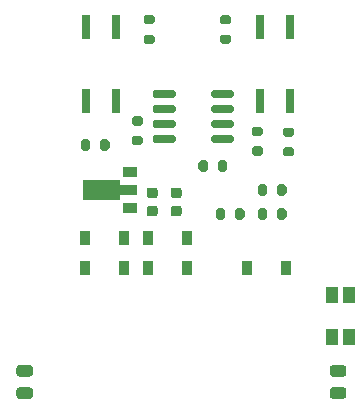
<source format=gbr>
%TF.GenerationSoftware,KiCad,Pcbnew,(5.1.9)-1*%
%TF.CreationDate,2021-04-28T15:15:37+02:00*%
%TF.ProjectId,OpenThermMonitorTwomes,4f70656e-5468-4657-926d-4d6f6e69746f,rev?*%
%TF.SameCoordinates,Original*%
%TF.FileFunction,Paste,Top*%
%TF.FilePolarity,Positive*%
%FSLAX46Y46*%
G04 Gerber Fmt 4.6, Leading zero omitted, Abs format (unit mm)*
G04 Created by KiCad (PCBNEW (5.1.9)-1) date 2021-04-28 15:15:37*
%MOMM*%
%LPD*%
G01*
G04 APERTURE LIST*
%ADD10R,1.050000X1.400000*%
%ADD11R,0.900000X1.200000*%
%ADD12R,0.640000X2.000000*%
%ADD13C,0.100000*%
%ADD14R,1.300000X0.900000*%
G04 APERTURE END LIST*
D10*
%TO.C,SW1*%
X152586600Y-111528000D03*
X152586600Y-107928000D03*
X151146600Y-111528000D03*
X151146600Y-107928000D03*
%TD*%
D11*
%TO.C,D5*%
X138810000Y-103124000D03*
X135510000Y-103124000D03*
%TD*%
%TO.C,D4*%
X133476000Y-103124000D03*
X130176000Y-103124000D03*
%TD*%
%TO.C,D3*%
X147192000Y-105664000D03*
X143892000Y-105664000D03*
%TD*%
%TO.C,D2*%
X138810000Y-105664000D03*
X135510000Y-105664000D03*
%TD*%
%TO.C,D1*%
X133476000Y-105664000D03*
X130176000Y-105664000D03*
%TD*%
D12*
%TO.C,U4*%
X147574000Y-85242000D03*
X145034000Y-85242000D03*
X145034000Y-91542000D03*
X147574000Y-91542000D03*
%TD*%
%TO.C,U3*%
X132842000Y-91542000D03*
X130302000Y-91542000D03*
X130302000Y-85242000D03*
X132842000Y-85242000D03*
%TD*%
%TO.C,U2*%
G36*
G01*
X140881000Y-91082000D02*
X140881000Y-90782000D01*
G75*
G02*
X141031000Y-90632000I150000J0D01*
G01*
X142681000Y-90632000D01*
G75*
G02*
X142831000Y-90782000I0J-150000D01*
G01*
X142831000Y-91082000D01*
G75*
G02*
X142681000Y-91232000I-150000J0D01*
G01*
X141031000Y-91232000D01*
G75*
G02*
X140881000Y-91082000I0J150000D01*
G01*
G37*
G36*
G01*
X140881000Y-92352000D02*
X140881000Y-92052000D01*
G75*
G02*
X141031000Y-91902000I150000J0D01*
G01*
X142681000Y-91902000D01*
G75*
G02*
X142831000Y-92052000I0J-150000D01*
G01*
X142831000Y-92352000D01*
G75*
G02*
X142681000Y-92502000I-150000J0D01*
G01*
X141031000Y-92502000D01*
G75*
G02*
X140881000Y-92352000I0J150000D01*
G01*
G37*
G36*
G01*
X140881000Y-93622000D02*
X140881000Y-93322000D01*
G75*
G02*
X141031000Y-93172000I150000J0D01*
G01*
X142681000Y-93172000D01*
G75*
G02*
X142831000Y-93322000I0J-150000D01*
G01*
X142831000Y-93622000D01*
G75*
G02*
X142681000Y-93772000I-150000J0D01*
G01*
X141031000Y-93772000D01*
G75*
G02*
X140881000Y-93622000I0J150000D01*
G01*
G37*
G36*
G01*
X140881000Y-94892000D02*
X140881000Y-94592000D01*
G75*
G02*
X141031000Y-94442000I150000J0D01*
G01*
X142681000Y-94442000D01*
G75*
G02*
X142831000Y-94592000I0J-150000D01*
G01*
X142831000Y-94892000D01*
G75*
G02*
X142681000Y-95042000I-150000J0D01*
G01*
X141031000Y-95042000D01*
G75*
G02*
X140881000Y-94892000I0J150000D01*
G01*
G37*
G36*
G01*
X135931000Y-94892000D02*
X135931000Y-94592000D01*
G75*
G02*
X136081000Y-94442000I150000J0D01*
G01*
X137731000Y-94442000D01*
G75*
G02*
X137881000Y-94592000I0J-150000D01*
G01*
X137881000Y-94892000D01*
G75*
G02*
X137731000Y-95042000I-150000J0D01*
G01*
X136081000Y-95042000D01*
G75*
G02*
X135931000Y-94892000I0J150000D01*
G01*
G37*
G36*
G01*
X135931000Y-93622000D02*
X135931000Y-93322000D01*
G75*
G02*
X136081000Y-93172000I150000J0D01*
G01*
X137731000Y-93172000D01*
G75*
G02*
X137881000Y-93322000I0J-150000D01*
G01*
X137881000Y-93622000D01*
G75*
G02*
X137731000Y-93772000I-150000J0D01*
G01*
X136081000Y-93772000D01*
G75*
G02*
X135931000Y-93622000I0J150000D01*
G01*
G37*
G36*
G01*
X135931000Y-92352000D02*
X135931000Y-92052000D01*
G75*
G02*
X136081000Y-91902000I150000J0D01*
G01*
X137731000Y-91902000D01*
G75*
G02*
X137881000Y-92052000I0J-150000D01*
G01*
X137881000Y-92352000D01*
G75*
G02*
X137731000Y-92502000I-150000J0D01*
G01*
X136081000Y-92502000D01*
G75*
G02*
X135931000Y-92352000I0J150000D01*
G01*
G37*
G36*
G01*
X135931000Y-91082000D02*
X135931000Y-90782000D01*
G75*
G02*
X136081000Y-90632000I150000J0D01*
G01*
X137731000Y-90632000D01*
G75*
G02*
X137881000Y-90782000I0J-150000D01*
G01*
X137881000Y-91082000D01*
G75*
G02*
X137731000Y-91232000I-150000J0D01*
G01*
X136081000Y-91232000D01*
G75*
G02*
X135931000Y-91082000I0J150000D01*
G01*
G37*
%TD*%
D13*
%TO.C,U1*%
G36*
X130034000Y-98193500D02*
G01*
X133159000Y-98193500D01*
X133159000Y-98610000D01*
X134634000Y-98610000D01*
X134634000Y-99510000D01*
X133159000Y-99510000D01*
X133159000Y-99926500D01*
X130034000Y-99926500D01*
X130034000Y-98193500D01*
G37*
D14*
X133984000Y-97560000D03*
X133984000Y-100560000D03*
%TD*%
%TO.C,R10*%
G36*
G01*
X131489000Y-95525000D02*
X131489000Y-94975000D01*
G75*
G02*
X131689000Y-94775000I200000J0D01*
G01*
X132089000Y-94775000D01*
G75*
G02*
X132289000Y-94975000I0J-200000D01*
G01*
X132289000Y-95525000D01*
G75*
G02*
X132089000Y-95725000I-200000J0D01*
G01*
X131689000Y-95725000D01*
G75*
G02*
X131489000Y-95525000I0J200000D01*
G01*
G37*
G36*
G01*
X129839000Y-95525000D02*
X129839000Y-94975000D01*
G75*
G02*
X130039000Y-94775000I200000J0D01*
G01*
X130439000Y-94775000D01*
G75*
G02*
X130639000Y-94975000I0J-200000D01*
G01*
X130639000Y-95525000D01*
G75*
G02*
X130439000Y-95725000I-200000J0D01*
G01*
X130039000Y-95725000D01*
G75*
G02*
X129839000Y-95525000I0J200000D01*
G01*
G37*
%TD*%
%TO.C,R9*%
G36*
G01*
X147172000Y-95421000D02*
X147722000Y-95421000D01*
G75*
G02*
X147922000Y-95621000I0J-200000D01*
G01*
X147922000Y-96021000D01*
G75*
G02*
X147722000Y-96221000I-200000J0D01*
G01*
X147172000Y-96221000D01*
G75*
G02*
X146972000Y-96021000I0J200000D01*
G01*
X146972000Y-95621000D01*
G75*
G02*
X147172000Y-95421000I200000J0D01*
G01*
G37*
G36*
G01*
X147172000Y-93771000D02*
X147722000Y-93771000D01*
G75*
G02*
X147922000Y-93971000I0J-200000D01*
G01*
X147922000Y-94371000D01*
G75*
G02*
X147722000Y-94571000I-200000J0D01*
G01*
X147172000Y-94571000D01*
G75*
G02*
X146972000Y-94371000I0J200000D01*
G01*
X146972000Y-93971000D01*
G75*
G02*
X147172000Y-93771000I200000J0D01*
G01*
G37*
%TD*%
%TO.C,R8*%
G36*
G01*
X142388000Y-85046000D02*
X141838000Y-85046000D01*
G75*
G02*
X141638000Y-84846000I0J200000D01*
G01*
X141638000Y-84446000D01*
G75*
G02*
X141838000Y-84246000I200000J0D01*
G01*
X142388000Y-84246000D01*
G75*
G02*
X142588000Y-84446000I0J-200000D01*
G01*
X142588000Y-84846000D01*
G75*
G02*
X142388000Y-85046000I-200000J0D01*
G01*
G37*
G36*
G01*
X142388000Y-86696000D02*
X141838000Y-86696000D01*
G75*
G02*
X141638000Y-86496000I0J200000D01*
G01*
X141638000Y-86096000D01*
G75*
G02*
X141838000Y-85896000I200000J0D01*
G01*
X142388000Y-85896000D01*
G75*
G02*
X142588000Y-86096000I0J-200000D01*
G01*
X142588000Y-86496000D01*
G75*
G02*
X142388000Y-86696000I-200000J0D01*
G01*
G37*
%TD*%
%TO.C,R7*%
G36*
G01*
X135911000Y-85046000D02*
X135361000Y-85046000D01*
G75*
G02*
X135161000Y-84846000I0J200000D01*
G01*
X135161000Y-84446000D01*
G75*
G02*
X135361000Y-84246000I200000J0D01*
G01*
X135911000Y-84246000D01*
G75*
G02*
X136111000Y-84446000I0J-200000D01*
G01*
X136111000Y-84846000D01*
G75*
G02*
X135911000Y-85046000I-200000J0D01*
G01*
G37*
G36*
G01*
X135911000Y-86696000D02*
X135361000Y-86696000D01*
G75*
G02*
X135161000Y-86496000I0J200000D01*
G01*
X135161000Y-86096000D01*
G75*
G02*
X135361000Y-85896000I200000J0D01*
G01*
X135911000Y-85896000D01*
G75*
G02*
X136111000Y-86096000I0J-200000D01*
G01*
X136111000Y-86496000D01*
G75*
G02*
X135911000Y-86696000I-200000J0D01*
G01*
G37*
%TD*%
%TO.C,R6*%
G36*
G01*
X140608000Y-96753000D02*
X140608000Y-97303000D01*
G75*
G02*
X140408000Y-97503000I-200000J0D01*
G01*
X140008000Y-97503000D01*
G75*
G02*
X139808000Y-97303000I0J200000D01*
G01*
X139808000Y-96753000D01*
G75*
G02*
X140008000Y-96553000I200000J0D01*
G01*
X140408000Y-96553000D01*
G75*
G02*
X140608000Y-96753000I0J-200000D01*
G01*
G37*
G36*
G01*
X142258000Y-96753000D02*
X142258000Y-97303000D01*
G75*
G02*
X142058000Y-97503000I-200000J0D01*
G01*
X141658000Y-97503000D01*
G75*
G02*
X141458000Y-97303000I0J200000D01*
G01*
X141458000Y-96753000D01*
G75*
G02*
X141658000Y-96553000I200000J0D01*
G01*
X142058000Y-96553000D01*
G75*
G02*
X142258000Y-96753000I0J-200000D01*
G01*
G37*
%TD*%
%TO.C,R5*%
G36*
G01*
X144505000Y-95358000D02*
X145055000Y-95358000D01*
G75*
G02*
X145255000Y-95558000I0J-200000D01*
G01*
X145255000Y-95958000D01*
G75*
G02*
X145055000Y-96158000I-200000J0D01*
G01*
X144505000Y-96158000D01*
G75*
G02*
X144305000Y-95958000I0J200000D01*
G01*
X144305000Y-95558000D01*
G75*
G02*
X144505000Y-95358000I200000J0D01*
G01*
G37*
G36*
G01*
X144505000Y-93708000D02*
X145055000Y-93708000D01*
G75*
G02*
X145255000Y-93908000I0J-200000D01*
G01*
X145255000Y-94308000D01*
G75*
G02*
X145055000Y-94508000I-200000J0D01*
G01*
X144505000Y-94508000D01*
G75*
G02*
X144305000Y-94308000I0J200000D01*
G01*
X144305000Y-93908000D01*
G75*
G02*
X144505000Y-93708000I200000J0D01*
G01*
G37*
%TD*%
%TO.C,R4*%
G36*
G01*
X134345000Y-94468000D02*
X134895000Y-94468000D01*
G75*
G02*
X135095000Y-94668000I0J-200000D01*
G01*
X135095000Y-95068000D01*
G75*
G02*
X134895000Y-95268000I-200000J0D01*
G01*
X134345000Y-95268000D01*
G75*
G02*
X134145000Y-95068000I0J200000D01*
G01*
X134145000Y-94668000D01*
G75*
G02*
X134345000Y-94468000I200000J0D01*
G01*
G37*
G36*
G01*
X134345000Y-92818000D02*
X134895000Y-92818000D01*
G75*
G02*
X135095000Y-93018000I0J-200000D01*
G01*
X135095000Y-93418000D01*
G75*
G02*
X134895000Y-93618000I-200000J0D01*
G01*
X134345000Y-93618000D01*
G75*
G02*
X134145000Y-93418000I0J200000D01*
G01*
X134145000Y-93018000D01*
G75*
G02*
X134345000Y-92818000I200000J0D01*
G01*
G37*
%TD*%
%TO.C,R3*%
G36*
G01*
X145625000Y-100817000D02*
X145625000Y-101367000D01*
G75*
G02*
X145425000Y-101567000I-200000J0D01*
G01*
X145025000Y-101567000D01*
G75*
G02*
X144825000Y-101367000I0J200000D01*
G01*
X144825000Y-100817000D01*
G75*
G02*
X145025000Y-100617000I200000J0D01*
G01*
X145425000Y-100617000D01*
G75*
G02*
X145625000Y-100817000I0J-200000D01*
G01*
G37*
G36*
G01*
X147275000Y-100817000D02*
X147275000Y-101367000D01*
G75*
G02*
X147075000Y-101567000I-200000J0D01*
G01*
X146675000Y-101567000D01*
G75*
G02*
X146475000Y-101367000I0J200000D01*
G01*
X146475000Y-100817000D01*
G75*
G02*
X146675000Y-100617000I200000J0D01*
G01*
X147075000Y-100617000D01*
G75*
G02*
X147275000Y-100817000I0J-200000D01*
G01*
G37*
%TD*%
%TO.C,R2*%
G36*
G01*
X146475000Y-99335000D02*
X146475000Y-98785000D01*
G75*
G02*
X146675000Y-98585000I200000J0D01*
G01*
X147075000Y-98585000D01*
G75*
G02*
X147275000Y-98785000I0J-200000D01*
G01*
X147275000Y-99335000D01*
G75*
G02*
X147075000Y-99535000I-200000J0D01*
G01*
X146675000Y-99535000D01*
G75*
G02*
X146475000Y-99335000I0J200000D01*
G01*
G37*
G36*
G01*
X144825000Y-99335000D02*
X144825000Y-98785000D01*
G75*
G02*
X145025000Y-98585000I200000J0D01*
G01*
X145425000Y-98585000D01*
G75*
G02*
X145625000Y-98785000I0J-200000D01*
G01*
X145625000Y-99335000D01*
G75*
G02*
X145425000Y-99535000I-200000J0D01*
G01*
X145025000Y-99535000D01*
G75*
G02*
X144825000Y-99335000I0J200000D01*
G01*
G37*
%TD*%
%TO.C,R1*%
G36*
G01*
X142919000Y-101367000D02*
X142919000Y-100817000D01*
G75*
G02*
X143119000Y-100617000I200000J0D01*
G01*
X143519000Y-100617000D01*
G75*
G02*
X143719000Y-100817000I0J-200000D01*
G01*
X143719000Y-101367000D01*
G75*
G02*
X143519000Y-101567000I-200000J0D01*
G01*
X143119000Y-101567000D01*
G75*
G02*
X142919000Y-101367000I0J200000D01*
G01*
G37*
G36*
G01*
X141269000Y-101367000D02*
X141269000Y-100817000D01*
G75*
G02*
X141469000Y-100617000I200000J0D01*
G01*
X141869000Y-100617000D01*
G75*
G02*
X142069000Y-100817000I0J-200000D01*
G01*
X142069000Y-101367000D01*
G75*
G02*
X141869000Y-101567000I-200000J0D01*
G01*
X141469000Y-101567000D01*
G75*
G02*
X141269000Y-101367000I0J200000D01*
G01*
G37*
%TD*%
%TO.C,D7*%
G36*
G01*
X124638750Y-115766000D02*
X125551250Y-115766000D01*
G75*
G02*
X125795000Y-116009750I0J-243750D01*
G01*
X125795000Y-116497250D01*
G75*
G02*
X125551250Y-116741000I-243750J0D01*
G01*
X124638750Y-116741000D01*
G75*
G02*
X124395000Y-116497250I0J243750D01*
G01*
X124395000Y-116009750D01*
G75*
G02*
X124638750Y-115766000I243750J0D01*
G01*
G37*
G36*
G01*
X124638750Y-113891000D02*
X125551250Y-113891000D01*
G75*
G02*
X125795000Y-114134750I0J-243750D01*
G01*
X125795000Y-114622250D01*
G75*
G02*
X125551250Y-114866000I-243750J0D01*
G01*
X124638750Y-114866000D01*
G75*
G02*
X124395000Y-114622250I0J243750D01*
G01*
X124395000Y-114134750D01*
G75*
G02*
X124638750Y-113891000I243750J0D01*
G01*
G37*
%TD*%
%TO.C,D6*%
G36*
G01*
X151181750Y-115766000D02*
X152094250Y-115766000D01*
G75*
G02*
X152338000Y-116009750I0J-243750D01*
G01*
X152338000Y-116497250D01*
G75*
G02*
X152094250Y-116741000I-243750J0D01*
G01*
X151181750Y-116741000D01*
G75*
G02*
X150938000Y-116497250I0J243750D01*
G01*
X150938000Y-116009750D01*
G75*
G02*
X151181750Y-115766000I243750J0D01*
G01*
G37*
G36*
G01*
X151181750Y-113891000D02*
X152094250Y-113891000D01*
G75*
G02*
X152338000Y-114134750I0J-243750D01*
G01*
X152338000Y-114622250D01*
G75*
G02*
X152094250Y-114866000I-243750J0D01*
G01*
X151181750Y-114866000D01*
G75*
G02*
X150938000Y-114622250I0J243750D01*
G01*
X150938000Y-114134750D01*
G75*
G02*
X151181750Y-113891000I243750J0D01*
G01*
G37*
%TD*%
%TO.C,C2*%
G36*
G01*
X137672000Y-100401000D02*
X138172000Y-100401000D01*
G75*
G02*
X138397000Y-100626000I0J-225000D01*
G01*
X138397000Y-101076000D01*
G75*
G02*
X138172000Y-101301000I-225000J0D01*
G01*
X137672000Y-101301000D01*
G75*
G02*
X137447000Y-101076000I0J225000D01*
G01*
X137447000Y-100626000D01*
G75*
G02*
X137672000Y-100401000I225000J0D01*
G01*
G37*
G36*
G01*
X137672000Y-98851000D02*
X138172000Y-98851000D01*
G75*
G02*
X138397000Y-99076000I0J-225000D01*
G01*
X138397000Y-99526000D01*
G75*
G02*
X138172000Y-99751000I-225000J0D01*
G01*
X137672000Y-99751000D01*
G75*
G02*
X137447000Y-99526000I0J225000D01*
G01*
X137447000Y-99076000D01*
G75*
G02*
X137672000Y-98851000I225000J0D01*
G01*
G37*
%TD*%
%TO.C,C1*%
G36*
G01*
X135640000Y-100401000D02*
X136140000Y-100401000D01*
G75*
G02*
X136365000Y-100626000I0J-225000D01*
G01*
X136365000Y-101076000D01*
G75*
G02*
X136140000Y-101301000I-225000J0D01*
G01*
X135640000Y-101301000D01*
G75*
G02*
X135415000Y-101076000I0J225000D01*
G01*
X135415000Y-100626000D01*
G75*
G02*
X135640000Y-100401000I225000J0D01*
G01*
G37*
G36*
G01*
X135640000Y-98851000D02*
X136140000Y-98851000D01*
G75*
G02*
X136365000Y-99076000I0J-225000D01*
G01*
X136365000Y-99526000D01*
G75*
G02*
X136140000Y-99751000I-225000J0D01*
G01*
X135640000Y-99751000D01*
G75*
G02*
X135415000Y-99526000I0J225000D01*
G01*
X135415000Y-99076000D01*
G75*
G02*
X135640000Y-98851000I225000J0D01*
G01*
G37*
%TD*%
M02*

</source>
